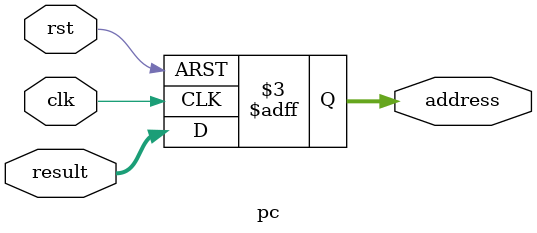
<source format=v>
module pc (clk, rst, result, address);
    input clk;
    input rst;
    input [31:0]result;
    output reg[31:0] address;
    
    always @(posedge clk, negedge rst) begin
        if(!rst) begin
            address <= 32'h0000_3000;
        end
        else begin
            address <= result;
        end
    end

endmodule


</source>
